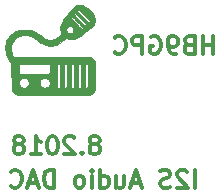
<source format=gbo>
G04 #@! TF.GenerationSoftware,KiCad,Pcbnew,(5.0.0-3-g5ebb6b6)*
G04 #@! TF.CreationDate,2018-08-26T23:18:38+02:00*
G04 #@! TF.ProjectId,Pmod-I2S,506D6F642D4932532E6B696361645F70,rev?*
G04 #@! TF.SameCoordinates,Original*
G04 #@! TF.FileFunction,Legend,Bot*
G04 #@! TF.FilePolarity,Positive*
%FSLAX46Y46*%
G04 Gerber Fmt 4.6, Leading zero omitted, Abs format (unit mm)*
G04 Created by KiCad (PCBNEW (5.0.0-3-g5ebb6b6)) date Sunday, 26 August 2018 at 23:18:38*
%MOMM*%
%LPD*%
G01*
G04 APERTURE LIST*
%ADD10C,0.300000*%
%ADD11C,0.010000*%
%ADD12O,2.100000X2.100000*%
%ADD13R,2.100000X2.100000*%
%ADD14C,2.100000*%
G04 APERTURE END LIST*
D10*
X102357142Y-73321428D02*
X102500000Y-73250000D01*
X102571428Y-73178571D01*
X102642857Y-73035714D01*
X102642857Y-72964285D01*
X102571428Y-72821428D01*
X102500000Y-72750000D01*
X102357142Y-72678571D01*
X102071428Y-72678571D01*
X101928571Y-72750000D01*
X101857142Y-72821428D01*
X101785714Y-72964285D01*
X101785714Y-73035714D01*
X101857142Y-73178571D01*
X101928571Y-73250000D01*
X102071428Y-73321428D01*
X102357142Y-73321428D01*
X102500000Y-73392857D01*
X102571428Y-73464285D01*
X102642857Y-73607142D01*
X102642857Y-73892857D01*
X102571428Y-74035714D01*
X102500000Y-74107142D01*
X102357142Y-74178571D01*
X102071428Y-74178571D01*
X101928571Y-74107142D01*
X101857142Y-74035714D01*
X101785714Y-73892857D01*
X101785714Y-73607142D01*
X101857142Y-73464285D01*
X101928571Y-73392857D01*
X102071428Y-73321428D01*
X101142857Y-74035714D02*
X101071428Y-74107142D01*
X101142857Y-74178571D01*
X101214285Y-74107142D01*
X101142857Y-74035714D01*
X101142857Y-74178571D01*
X100500000Y-72821428D02*
X100428571Y-72750000D01*
X100285714Y-72678571D01*
X99928571Y-72678571D01*
X99785714Y-72750000D01*
X99714285Y-72821428D01*
X99642857Y-72964285D01*
X99642857Y-73107142D01*
X99714285Y-73321428D01*
X100571428Y-74178571D01*
X99642857Y-74178571D01*
X98714285Y-72678571D02*
X98571428Y-72678571D01*
X98428571Y-72750000D01*
X98357142Y-72821428D01*
X98285714Y-72964285D01*
X98214285Y-73250000D01*
X98214285Y-73607142D01*
X98285714Y-73892857D01*
X98357142Y-74035714D01*
X98428571Y-74107142D01*
X98571428Y-74178571D01*
X98714285Y-74178571D01*
X98857142Y-74107142D01*
X98928571Y-74035714D01*
X99000000Y-73892857D01*
X99071428Y-73607142D01*
X99071428Y-73250000D01*
X99000000Y-72964285D01*
X98928571Y-72821428D01*
X98857142Y-72750000D01*
X98714285Y-72678571D01*
X96785714Y-74178571D02*
X97642857Y-74178571D01*
X97214285Y-74178571D02*
X97214285Y-72678571D01*
X97357142Y-72892857D01*
X97500000Y-73035714D01*
X97642857Y-73107142D01*
X95928571Y-73321428D02*
X96071428Y-73250000D01*
X96142857Y-73178571D01*
X96214285Y-73035714D01*
X96214285Y-72964285D01*
X96142857Y-72821428D01*
X96071428Y-72750000D01*
X95928571Y-72678571D01*
X95642857Y-72678571D01*
X95500000Y-72750000D01*
X95428571Y-72821428D01*
X95357142Y-72964285D01*
X95357142Y-73035714D01*
X95428571Y-73178571D01*
X95500000Y-73250000D01*
X95642857Y-73321428D01*
X95928571Y-73321428D01*
X96071428Y-73392857D01*
X96142857Y-73464285D01*
X96214285Y-73607142D01*
X96214285Y-73892857D01*
X96142857Y-74035714D01*
X96071428Y-74107142D01*
X95928571Y-74178571D01*
X95642857Y-74178571D01*
X95500000Y-74107142D01*
X95428571Y-74035714D01*
X95357142Y-73892857D01*
X95357142Y-73607142D01*
X95428571Y-73464285D01*
X95500000Y-73392857D01*
X95642857Y-73321428D01*
X110683500Y-77005571D02*
X110683500Y-75505571D01*
X110040642Y-75648428D02*
X109969214Y-75577000D01*
X109826357Y-75505571D01*
X109469214Y-75505571D01*
X109326357Y-75577000D01*
X109254928Y-75648428D01*
X109183500Y-75791285D01*
X109183500Y-75934142D01*
X109254928Y-76148428D01*
X110112071Y-77005571D01*
X109183500Y-77005571D01*
X108612071Y-76934142D02*
X108397785Y-77005571D01*
X108040642Y-77005571D01*
X107897785Y-76934142D01*
X107826357Y-76862714D01*
X107754928Y-76719857D01*
X107754928Y-76577000D01*
X107826357Y-76434142D01*
X107897785Y-76362714D01*
X108040642Y-76291285D01*
X108326357Y-76219857D01*
X108469214Y-76148428D01*
X108540642Y-76077000D01*
X108612071Y-75934142D01*
X108612071Y-75791285D01*
X108540642Y-75648428D01*
X108469214Y-75577000D01*
X108326357Y-75505571D01*
X107969214Y-75505571D01*
X107754928Y-75577000D01*
X106040642Y-76577000D02*
X105326357Y-76577000D01*
X106183500Y-77005571D02*
X105683500Y-75505571D01*
X105183500Y-77005571D01*
X104040642Y-76005571D02*
X104040642Y-77005571D01*
X104683500Y-76005571D02*
X104683500Y-76791285D01*
X104612071Y-76934142D01*
X104469214Y-77005571D01*
X104254928Y-77005571D01*
X104112071Y-76934142D01*
X104040642Y-76862714D01*
X102683500Y-77005571D02*
X102683500Y-75505571D01*
X102683500Y-76934142D02*
X102826357Y-77005571D01*
X103112071Y-77005571D01*
X103254928Y-76934142D01*
X103326357Y-76862714D01*
X103397785Y-76719857D01*
X103397785Y-76291285D01*
X103326357Y-76148428D01*
X103254928Y-76077000D01*
X103112071Y-76005571D01*
X102826357Y-76005571D01*
X102683500Y-76077000D01*
X101969214Y-77005571D02*
X101969214Y-76005571D01*
X101969214Y-75505571D02*
X102040642Y-75577000D01*
X101969214Y-75648428D01*
X101897785Y-75577000D01*
X101969214Y-75505571D01*
X101969214Y-75648428D01*
X101040642Y-77005571D02*
X101183500Y-76934142D01*
X101254928Y-76862714D01*
X101326357Y-76719857D01*
X101326357Y-76291285D01*
X101254928Y-76148428D01*
X101183500Y-76077000D01*
X101040642Y-76005571D01*
X100826357Y-76005571D01*
X100683500Y-76077000D01*
X100612071Y-76148428D01*
X100540642Y-76291285D01*
X100540642Y-76719857D01*
X100612071Y-76862714D01*
X100683500Y-76934142D01*
X100826357Y-77005571D01*
X101040642Y-77005571D01*
X98754928Y-77005571D02*
X98754928Y-75505571D01*
X98397785Y-75505571D01*
X98183500Y-75577000D01*
X98040642Y-75719857D01*
X97969214Y-75862714D01*
X97897785Y-76148428D01*
X97897785Y-76362714D01*
X97969214Y-76648428D01*
X98040642Y-76791285D01*
X98183500Y-76934142D01*
X98397785Y-77005571D01*
X98754928Y-77005571D01*
X97326357Y-76577000D02*
X96612071Y-76577000D01*
X97469214Y-77005571D02*
X96969214Y-75505571D01*
X96469214Y-77005571D01*
X95112071Y-76862714D02*
X95183500Y-76934142D01*
X95397785Y-77005571D01*
X95540642Y-77005571D01*
X95754928Y-76934142D01*
X95897785Y-76791285D01*
X95969214Y-76648428D01*
X96040642Y-76362714D01*
X96040642Y-76148428D01*
X95969214Y-75862714D01*
X95897785Y-75719857D01*
X95754928Y-75577000D01*
X95540642Y-75505571D01*
X95397785Y-75505571D01*
X95183500Y-75577000D01*
X95112071Y-75648428D01*
X112257957Y-65678571D02*
X112257957Y-64178571D01*
X112257957Y-64892857D02*
X111400814Y-64892857D01*
X111400814Y-65678571D02*
X111400814Y-64178571D01*
X110186528Y-64892857D02*
X109972242Y-64964285D01*
X109900814Y-65035714D01*
X109829385Y-65178571D01*
X109829385Y-65392857D01*
X109900814Y-65535714D01*
X109972242Y-65607142D01*
X110115100Y-65678571D01*
X110686528Y-65678571D01*
X110686528Y-64178571D01*
X110186528Y-64178571D01*
X110043671Y-64250000D01*
X109972242Y-64321428D01*
X109900814Y-64464285D01*
X109900814Y-64607142D01*
X109972242Y-64750000D01*
X110043671Y-64821428D01*
X110186528Y-64892857D01*
X110686528Y-64892857D01*
X109115100Y-65678571D02*
X108829385Y-65678571D01*
X108686528Y-65607142D01*
X108615100Y-65535714D01*
X108472242Y-65321428D01*
X108400814Y-65035714D01*
X108400814Y-64464285D01*
X108472242Y-64321428D01*
X108543671Y-64250000D01*
X108686528Y-64178571D01*
X108972242Y-64178571D01*
X109115100Y-64250000D01*
X109186528Y-64321428D01*
X109257957Y-64464285D01*
X109257957Y-64821428D01*
X109186528Y-64964285D01*
X109115100Y-65035714D01*
X108972242Y-65107142D01*
X108686528Y-65107142D01*
X108543671Y-65035714D01*
X108472242Y-64964285D01*
X108400814Y-64821428D01*
X106972242Y-64250000D02*
X107115100Y-64178571D01*
X107329385Y-64178571D01*
X107543671Y-64250000D01*
X107686528Y-64392857D01*
X107757957Y-64535714D01*
X107829385Y-64821428D01*
X107829385Y-65035714D01*
X107757957Y-65321428D01*
X107686528Y-65464285D01*
X107543671Y-65607142D01*
X107329385Y-65678571D01*
X107186528Y-65678571D01*
X106972242Y-65607142D01*
X106900814Y-65535714D01*
X106900814Y-65035714D01*
X107186528Y-65035714D01*
X106257957Y-65678571D02*
X106257957Y-64178571D01*
X105686528Y-64178571D01*
X105543671Y-64250000D01*
X105472242Y-64321428D01*
X105400814Y-64464285D01*
X105400814Y-64678571D01*
X105472242Y-64821428D01*
X105543671Y-64892857D01*
X105686528Y-64964285D01*
X106257957Y-64964285D01*
X103900814Y-65535714D02*
X103972242Y-65607142D01*
X104186528Y-65678571D01*
X104329385Y-65678571D01*
X104543671Y-65607142D01*
X104686528Y-65464285D01*
X104757957Y-65321428D01*
X104829385Y-65035714D01*
X104829385Y-64821428D01*
X104757957Y-64535714D01*
X104686528Y-64392857D01*
X104543671Y-64250000D01*
X104329385Y-64178571D01*
X104186528Y-64178571D01*
X103972242Y-64250000D01*
X103900814Y-64321428D01*
D11*
G04 #@! TO.C,G\002A\002A\002A*
G36*
X100873578Y-61504660D02*
X100872130Y-61504725D01*
X100801100Y-61510603D01*
X100738101Y-61522911D01*
X100679017Y-61544154D01*
X100619729Y-61576835D01*
X100556120Y-61623458D01*
X100484074Y-61686530D01*
X100399471Y-61768553D01*
X100341221Y-61827648D01*
X100124379Y-62057196D01*
X99933537Y-62274504D01*
X99767936Y-62480630D01*
X99626814Y-62676633D01*
X99509413Y-62863570D01*
X99414972Y-63042501D01*
X99342730Y-63214482D01*
X99340396Y-63220941D01*
X99324911Y-63268706D01*
X99314709Y-63314730D01*
X99308768Y-63367334D01*
X99306067Y-63434838D01*
X99305553Y-63504823D01*
X99308135Y-63608832D01*
X99317200Y-63690837D01*
X99334802Y-63758385D01*
X99362998Y-63819025D01*
X99403843Y-63880304D01*
X99410063Y-63888545D01*
X99432839Y-63921548D01*
X99444680Y-63944892D01*
X99445191Y-63948326D01*
X99433234Y-63965860D01*
X99401942Y-63997993D01*
X99355618Y-64041040D01*
X99298563Y-64091317D01*
X99235080Y-64145138D01*
X99169468Y-64198817D01*
X99106030Y-64248671D01*
X99049068Y-64291014D01*
X99027888Y-64305823D01*
X98872491Y-64400271D01*
X98724953Y-64466197D01*
X98584754Y-64503760D01*
X98451375Y-64513123D01*
X98380006Y-64506193D01*
X98316017Y-64494158D01*
X98254356Y-64478086D01*
X98191693Y-64456269D01*
X98124698Y-64426997D01*
X98050041Y-64388564D01*
X97964390Y-64339259D01*
X97864416Y-64277376D01*
X97746788Y-64201205D01*
X97616058Y-64114323D01*
X97453598Y-64007540D01*
X97310089Y-63918080D01*
X97181628Y-63844019D01*
X97064308Y-63783433D01*
X96954226Y-63734397D01*
X96847474Y-63694987D01*
X96740149Y-63663278D01*
X96663189Y-63644766D01*
X96580069Y-63631797D01*
X96476059Y-63623732D01*
X96359749Y-63620577D01*
X96239728Y-63622338D01*
X96124585Y-63629019D01*
X96022909Y-63640627D01*
X96000384Y-63644338D01*
X95776752Y-63697203D01*
X95569166Y-63772829D01*
X95378984Y-63869966D01*
X95207562Y-63987367D01*
X95056257Y-64123783D01*
X94926423Y-64277967D01*
X94819419Y-64448669D01*
X94736601Y-64634643D01*
X94679325Y-64834638D01*
X94673011Y-64865817D01*
X94658575Y-64971432D01*
X94650886Y-65095574D01*
X94649950Y-65227655D01*
X94655774Y-65357090D01*
X94668363Y-65473292D01*
X94672634Y-65499405D01*
X94716035Y-65681776D01*
X94781336Y-65871705D01*
X94864877Y-66061270D01*
X94962997Y-66242547D01*
X95072038Y-66407613D01*
X95122147Y-66472590D01*
X95172239Y-66534297D01*
X95180647Y-68711823D01*
X95221496Y-68799018D01*
X95278893Y-68902269D01*
X95346102Y-68983787D01*
X95429775Y-69051555D01*
X95434636Y-69054809D01*
X95450703Y-69066009D01*
X95464603Y-69076321D01*
X95477568Y-69085781D01*
X95490829Y-69094426D01*
X95505615Y-69102293D01*
X95523160Y-69109417D01*
X95544692Y-69115836D01*
X95571445Y-69121585D01*
X95604647Y-69126701D01*
X95645532Y-69131220D01*
X95695328Y-69135180D01*
X95755269Y-69138615D01*
X95826583Y-69141564D01*
X95910503Y-69144061D01*
X96008260Y-69146144D01*
X96121084Y-69147849D01*
X96250207Y-69149213D01*
X96396859Y-69150271D01*
X96562272Y-69151060D01*
X96747676Y-69151618D01*
X96954302Y-69151979D01*
X97183382Y-69152181D01*
X97436147Y-69152259D01*
X97713827Y-69152251D01*
X98017654Y-69152193D01*
X98348858Y-69152122D01*
X98708671Y-69152072D01*
X98721705Y-69152071D01*
X101784647Y-69151879D01*
X101868430Y-69117413D01*
X101989062Y-69053397D01*
X102087784Y-68969254D01*
X102165596Y-68864038D01*
X102193509Y-68810734D01*
X102232882Y-68726764D01*
X102236886Y-67564044D01*
X102236988Y-67534967D01*
X101642705Y-67534967D01*
X101642705Y-68481593D01*
X101606032Y-68518267D01*
X101556707Y-68548526D01*
X101498199Y-68556956D01*
X101441084Y-68543654D01*
X101402516Y-68516393D01*
X101366294Y-68477845D01*
X101363912Y-67954443D01*
X101057913Y-67954443D01*
X101057654Y-68085945D01*
X101057120Y-68201333D01*
X101056323Y-68297853D01*
X101055278Y-68372753D01*
X101053995Y-68423278D01*
X101052488Y-68446676D01*
X101029348Y-68504677D01*
X100985936Y-68541115D01*
X100924173Y-68554440D01*
X100918976Y-68554466D01*
X100874154Y-68549828D01*
X100839599Y-68538943D01*
X100834587Y-68535789D01*
X100822865Y-68526217D01*
X100812824Y-68515359D01*
X100804335Y-68500967D01*
X100797266Y-68480793D01*
X100791489Y-68452590D01*
X100786873Y-68414108D01*
X100783287Y-68363100D01*
X100780603Y-68297318D01*
X100778688Y-68214514D01*
X100777414Y-68112440D01*
X100776650Y-67988847D01*
X100776266Y-67841487D01*
X100776132Y-67668113D01*
X100776119Y-67538638D01*
X100462352Y-67538638D01*
X100462352Y-68481593D01*
X100425679Y-68518267D01*
X100375989Y-68548660D01*
X100317612Y-68556147D01*
X100261055Y-68540729D01*
X100230085Y-68518267D01*
X100193411Y-68481593D01*
X100193411Y-67538638D01*
X100193648Y-67333279D01*
X100194349Y-67149836D01*
X100195495Y-66989403D01*
X100197072Y-66853077D01*
X100199061Y-66741954D01*
X100201446Y-66657129D01*
X100204211Y-66599698D01*
X100204252Y-66599313D01*
X99879647Y-66599313D01*
X99879647Y-67525815D01*
X99879612Y-67719325D01*
X99879421Y-67885201D01*
X99878944Y-68025691D01*
X99878051Y-68143042D01*
X99876611Y-68239504D01*
X99874494Y-68317324D01*
X99871570Y-68378749D01*
X99867710Y-68426029D01*
X99862782Y-68461412D01*
X99856657Y-68487144D01*
X99849205Y-68505475D01*
X99840295Y-68518653D01*
X99829797Y-68528925D01*
X99821177Y-68535789D01*
X99780323Y-68551754D01*
X99727223Y-68553950D01*
X99675702Y-68543211D01*
X99644093Y-68525117D01*
X99618316Y-68488646D01*
X99603276Y-68446676D01*
X99601769Y-68423281D01*
X99600486Y-68372758D01*
X99599440Y-68297860D01*
X99598644Y-68201341D01*
X99598110Y-68085955D01*
X99597851Y-67954454D01*
X99597880Y-67809593D01*
X99598209Y-67654125D01*
X99598852Y-67490804D01*
X99598852Y-67490790D01*
X99600459Y-67158050D01*
X99295152Y-67158050D01*
X99294677Y-67322144D01*
X99293860Y-67513459D01*
X99293645Y-67560730D01*
X99289470Y-68477845D01*
X99253248Y-68516393D01*
X99205245Y-68547548D01*
X99147122Y-68557052D01*
X99089458Y-68544807D01*
X99049732Y-68518267D01*
X99013058Y-68481593D01*
X99013058Y-68096016D01*
X98400999Y-68096016D01*
X98394747Y-68195553D01*
X98365693Y-68291316D01*
X98314785Y-68378950D01*
X98242966Y-68454099D01*
X98151182Y-68512408D01*
X98119866Y-68525977D01*
X98015873Y-68551066D01*
X97908150Y-68546532D01*
X97823452Y-68523108D01*
X97735424Y-68476284D01*
X97656800Y-68408440D01*
X97596714Y-68327853D01*
X97586489Y-68308411D01*
X97567388Y-68251361D01*
X97554599Y-68176703D01*
X97551510Y-68139553D01*
X97550961Y-68121647D01*
X96629582Y-68121647D01*
X96623861Y-68217356D01*
X96604151Y-68294298D01*
X96566632Y-68361806D01*
X96507485Y-68429212D01*
X96501144Y-68435423D01*
X96418428Y-68496502D01*
X96322579Y-68535637D01*
X96220473Y-68551711D01*
X96118986Y-68543604D01*
X96028974Y-68512264D01*
X95929690Y-68446991D01*
X95854887Y-68365821D01*
X95805636Y-68270435D01*
X95783011Y-68162516D01*
X95781570Y-68124475D01*
X95786254Y-68052652D01*
X95798525Y-67989264D01*
X95806496Y-67965916D01*
X95861780Y-67869198D01*
X95934818Y-67792758D01*
X96021238Y-67737509D01*
X96116668Y-67704361D01*
X96216737Y-67694227D01*
X96317073Y-67708016D01*
X96413304Y-67746642D01*
X96501058Y-67811015D01*
X96509632Y-67819335D01*
X96566693Y-67883693D01*
X96603155Y-67946433D01*
X96622815Y-68017124D01*
X96629470Y-68105337D01*
X96629582Y-68121647D01*
X97550961Y-68121647D01*
X97549627Y-68078168D01*
X97553997Y-68032733D01*
X97567389Y-67989523D01*
X97592568Y-67934809D01*
X97592935Y-67934063D01*
X97654065Y-67840399D01*
X97731666Y-67768932D01*
X97821415Y-67720397D01*
X97918992Y-67695530D01*
X98020075Y-67695065D01*
X98120341Y-67719738D01*
X98215470Y-67770284D01*
X98273492Y-67818319D01*
X98341317Y-67903044D01*
X98383504Y-67997061D01*
X98400999Y-68096016D01*
X99013058Y-68096016D01*
X99013058Y-67534967D01*
X99013081Y-67343410D01*
X99013194Y-67179493D01*
X99013466Y-67040976D01*
X99013964Y-66925616D01*
X99014759Y-66831172D01*
X99015094Y-66809202D01*
X98413677Y-66809202D01*
X98413539Y-66927579D01*
X98412858Y-66981211D01*
X98411126Y-67086186D01*
X98409312Y-67165499D01*
X98406926Y-67223367D01*
X98403480Y-67264006D01*
X98398485Y-67291633D01*
X98391451Y-67310467D01*
X98381890Y-67324722D01*
X98371719Y-67336063D01*
X98335497Y-67374588D01*
X97090513Y-67374588D01*
X96868746Y-67374571D01*
X96674928Y-67374491D01*
X96507124Y-67374305D01*
X96363402Y-67373967D01*
X96241826Y-67373434D01*
X96140463Y-67372662D01*
X96057379Y-67371607D01*
X95990640Y-67370224D01*
X95938313Y-67368469D01*
X95898464Y-67366299D01*
X95869158Y-67363669D01*
X95848462Y-67360536D01*
X95834442Y-67356854D01*
X95825164Y-67352580D01*
X95818695Y-67347671D01*
X95816480Y-67345539D01*
X95801656Y-67327740D01*
X95790279Y-67305185D01*
X95781990Y-67274136D01*
X95776428Y-67230852D01*
X95773233Y-67171593D01*
X95772045Y-67092621D01*
X95772505Y-66990196D01*
X95773643Y-66900588D01*
X95775307Y-66795332D01*
X95777099Y-66715795D01*
X95779477Y-66657815D01*
X95782900Y-66617230D01*
X95787826Y-66589880D01*
X95794715Y-66571601D01*
X95804023Y-66558232D01*
X95812322Y-66549470D01*
X95846351Y-66515470D01*
X97071363Y-66511479D01*
X97298242Y-66510707D01*
X97497122Y-66510059D01*
X97669887Y-66509672D01*
X97818418Y-66509684D01*
X97944601Y-66510233D01*
X98050318Y-66511457D01*
X98137453Y-66513494D01*
X98207888Y-66516483D01*
X98263507Y-66520561D01*
X98306194Y-66525866D01*
X98337831Y-66532537D01*
X98360303Y-66540711D01*
X98375491Y-66550526D01*
X98385281Y-66562121D01*
X98391554Y-66575634D01*
X98396194Y-66591202D01*
X98401078Y-66608940D01*
X98407392Y-66648168D01*
X98411610Y-66715493D01*
X98413677Y-66809202D01*
X99015094Y-66809202D01*
X99015917Y-66755402D01*
X99017507Y-66696065D01*
X99019597Y-66650919D01*
X99022256Y-66617721D01*
X99025552Y-66594232D01*
X99029554Y-66578209D01*
X99034329Y-66567410D01*
X99039946Y-66559594D01*
X99042882Y-66556329D01*
X99089826Y-66525510D01*
X99149421Y-66512751D01*
X99208716Y-66520691D01*
X99211907Y-66521855D01*
X99228873Y-66528642D01*
X99243446Y-66536599D01*
X99255797Y-66547895D01*
X99266097Y-66564701D01*
X99274517Y-66589189D01*
X99281227Y-66623530D01*
X99286398Y-66669894D01*
X99290202Y-66730453D01*
X99292808Y-66807377D01*
X99294388Y-66902837D01*
X99295112Y-67019004D01*
X99295152Y-67158050D01*
X99600459Y-67158050D01*
X99603235Y-66583522D01*
X99637268Y-66549496D01*
X99685313Y-66520704D01*
X99743224Y-66513013D01*
X99800131Y-66526007D01*
X99843587Y-66557392D01*
X99879647Y-66599313D01*
X100204252Y-66599313D01*
X100207338Y-66570757D01*
X100208238Y-66567979D01*
X100231853Y-66544868D01*
X100270064Y-66524882D01*
X100275473Y-66522979D01*
X100330792Y-66515165D01*
X100385812Y-66524147D01*
X100429915Y-66547148D01*
X100447526Y-66567979D01*
X100450748Y-66589081D01*
X100453612Y-66638967D01*
X100456101Y-66716542D01*
X100458198Y-66820710D01*
X100459887Y-66950375D01*
X100461150Y-67104441D01*
X100461972Y-67281812D01*
X100462335Y-67481391D01*
X100462352Y-67538638D01*
X100776119Y-67538638D01*
X100776117Y-67525815D01*
X100776117Y-66599313D01*
X100812176Y-66557392D01*
X100857958Y-66525009D01*
X100915138Y-66512914D01*
X100972844Y-66521521D01*
X101018496Y-66549496D01*
X101052529Y-66583522D01*
X101056912Y-67490790D01*
X101057554Y-67654112D01*
X101057884Y-67809581D01*
X101057913Y-67954443D01*
X101363912Y-67954443D01*
X101362119Y-67560730D01*
X101361248Y-67362957D01*
X101360681Y-67192896D01*
X101360589Y-67048374D01*
X101361144Y-66927222D01*
X101362515Y-66827268D01*
X101364874Y-66746342D01*
X101368392Y-66682272D01*
X101373239Y-66632887D01*
X101379586Y-66596017D01*
X101387604Y-66569490D01*
X101397463Y-66551136D01*
X101409336Y-66538784D01*
X101423391Y-66530262D01*
X101439801Y-66523400D01*
X101443857Y-66521855D01*
X101502733Y-66512619D01*
X101562667Y-66524238D01*
X101610711Y-66554071D01*
X101612882Y-66556329D01*
X101618916Y-66563519D01*
X101624077Y-66572643D01*
X101628431Y-66585943D01*
X101632049Y-66605661D01*
X101634998Y-66634038D01*
X101637346Y-66673315D01*
X101639161Y-66725734D01*
X101640513Y-66793538D01*
X101641469Y-66878967D01*
X101642097Y-66984263D01*
X101642467Y-67111668D01*
X101642646Y-67263423D01*
X101642702Y-67441771D01*
X101642705Y-67534967D01*
X102236988Y-67534967D01*
X102237664Y-67342861D01*
X102238277Y-67149460D01*
X102238585Y-66981741D01*
X102238445Y-66837606D01*
X102237715Y-66714954D01*
X102236253Y-66611686D01*
X102233918Y-66525701D01*
X102230566Y-66454901D01*
X102226056Y-66397184D01*
X102220247Y-66350452D01*
X102212996Y-66312605D01*
X102204160Y-66281542D01*
X102193599Y-66255165D01*
X102181169Y-66231373D01*
X102166730Y-66208066D01*
X102150138Y-66183146D01*
X102142739Y-66172062D01*
X102075475Y-66087316D01*
X101994990Y-66019437D01*
X101893260Y-65961733D01*
X101886783Y-65958672D01*
X101799588Y-65917823D01*
X98744117Y-65913842D01*
X98388669Y-65913383D01*
X98061857Y-65912976D01*
X97762437Y-65912633D01*
X97489164Y-65912363D01*
X97240793Y-65912177D01*
X97016077Y-65912084D01*
X96813772Y-65912096D01*
X96632633Y-65912221D01*
X96471414Y-65912471D01*
X96328870Y-65912856D01*
X96203756Y-65913385D01*
X96094827Y-65914069D01*
X96000837Y-65914919D01*
X95920541Y-65915944D01*
X95852694Y-65917155D01*
X95796051Y-65918561D01*
X95749366Y-65920174D01*
X95711394Y-65922003D01*
X95680890Y-65924058D01*
X95656608Y-65926351D01*
X95637304Y-65928890D01*
X95621733Y-65931686D01*
X95608648Y-65934749D01*
X95596804Y-65938091D01*
X95591529Y-65939693D01*
X95533814Y-65959823D01*
X95481336Y-65982187D01*
X95450176Y-65999079D01*
X95405940Y-66028632D01*
X95348874Y-65930264D01*
X95258215Y-65751140D01*
X95191097Y-65568483D01*
X95148290Y-65386020D01*
X95130566Y-65207475D01*
X95138695Y-65036573D01*
X95149896Y-64968503D01*
X95198463Y-64799283D01*
X95272142Y-64645580D01*
X95369927Y-64508388D01*
X95490817Y-64388697D01*
X95633807Y-64287499D01*
X95797895Y-64205786D01*
X95982077Y-64144549D01*
X95984009Y-64144045D01*
X96086806Y-64124078D01*
X96204721Y-64112164D01*
X96328978Y-64108293D01*
X96450802Y-64112452D01*
X96561417Y-64124630D01*
X96652050Y-64144817D01*
X96652352Y-64144911D01*
X96730702Y-64171814D01*
X96810022Y-64204514D01*
X96894060Y-64245059D01*
X96986560Y-64295499D01*
X97091267Y-64357882D01*
X97211927Y-64434258D01*
X97352285Y-64526675D01*
X97362058Y-64533206D01*
X97519060Y-64636570D01*
X97656147Y-64722964D01*
X97776757Y-64794064D01*
X97884327Y-64851547D01*
X97982292Y-64897089D01*
X98074089Y-64932366D01*
X98163156Y-64959056D01*
X98252927Y-64978835D01*
X98287883Y-64984878D01*
X98386482Y-64994552D01*
X98499606Y-64995761D01*
X98615262Y-64989056D01*
X98721460Y-64974990D01*
X98779291Y-64962281D01*
X98963517Y-64898534D01*
X99151579Y-64805515D01*
X99342997Y-64683522D01*
X99537290Y-64532852D01*
X99684365Y-64401439D01*
X99731077Y-64357794D01*
X99769108Y-64323058D01*
X99793669Y-64301560D01*
X99800289Y-64296705D01*
X99814102Y-64304694D01*
X99844115Y-64325146D01*
X99867298Y-64341690D01*
X99966211Y-64396018D01*
X100082924Y-64430746D01*
X100212210Y-64445321D01*
X100348841Y-64439186D01*
X100487589Y-64411786D01*
X100498432Y-64408714D01*
X100661124Y-64350035D01*
X100836133Y-64264903D01*
X101022802Y-64153784D01*
X101220470Y-64017143D01*
X101428480Y-63855445D01*
X101646174Y-63669156D01*
X101660947Y-63655445D01*
X100399607Y-63655445D01*
X100380233Y-63744306D01*
X100339000Y-63818858D01*
X100280574Y-63876771D01*
X100209621Y-63915712D01*
X100130809Y-63933347D01*
X100048803Y-63927344D01*
X99968270Y-63895370D01*
X99946978Y-63881697D01*
X99880822Y-63818728D01*
X99836633Y-63740955D01*
X99818120Y-63655216D01*
X99817790Y-63643514D01*
X99823791Y-63568021D01*
X99846027Y-63506442D01*
X99888765Y-63445825D01*
X99955409Y-63386465D01*
X100030160Y-63352316D01*
X100108478Y-63341514D01*
X100185821Y-63352197D01*
X100257650Y-63382502D01*
X100319423Y-63430564D01*
X100366601Y-63494522D01*
X100394642Y-63572511D01*
X100399607Y-63655445D01*
X101660947Y-63655445D01*
X101834281Y-63494574D01*
X101224352Y-63494574D01*
X101213086Y-63521408D01*
X101185965Y-63553462D01*
X101153006Y-63581002D01*
X101124227Y-63594295D01*
X101121550Y-63594470D01*
X101106274Y-63584204D01*
X101072242Y-63554837D01*
X101021712Y-63508513D01*
X100956940Y-63447379D01*
X100880183Y-63373581D01*
X100793698Y-63289263D01*
X100699742Y-63196572D01*
X100630528Y-63127647D01*
X100514107Y-63011157D01*
X100417352Y-62913754D01*
X100338766Y-62833430D01*
X100276853Y-62768173D01*
X100230116Y-62715974D01*
X100197059Y-62674822D01*
X100176186Y-62642708D01*
X100166001Y-62617621D01*
X100165007Y-62597551D01*
X100171708Y-62580488D01*
X100184607Y-62564422D01*
X100200055Y-62549365D01*
X100239484Y-62524267D01*
X100271025Y-62523900D01*
X100288365Y-62536131D01*
X100323456Y-62567159D01*
X100373703Y-62614338D01*
X100436506Y-62675025D01*
X100509271Y-62746576D01*
X100589399Y-62826345D01*
X100674293Y-62911689D01*
X100761358Y-62999964D01*
X100847995Y-63088526D01*
X100931607Y-63174729D01*
X101009598Y-63255930D01*
X101079371Y-63329485D01*
X101138329Y-63392748D01*
X101183874Y-63443077D01*
X101213410Y-63477827D01*
X101224339Y-63494353D01*
X101224352Y-63494574D01*
X101834281Y-63494574D01*
X101872891Y-63458741D01*
X101951326Y-63382365D01*
X102040520Y-63292087D01*
X102109132Y-63215919D01*
X102121274Y-63199957D01*
X101508235Y-63199957D01*
X101495825Y-63245809D01*
X101464251Y-63279776D01*
X101421999Y-63296280D01*
X101377552Y-63289740D01*
X101374226Y-63288091D01*
X101355952Y-63273381D01*
X101319285Y-63239522D01*
X101266596Y-63188853D01*
X101200259Y-63123713D01*
X101122644Y-63046440D01*
X101036124Y-62959375D01*
X100943072Y-62864856D01*
X100891911Y-62812533D01*
X100797578Y-62715224D01*
X100710074Y-62623796D01*
X100631561Y-62540591D01*
X100564198Y-62467955D01*
X100510148Y-62408231D01*
X100471571Y-62363764D01*
X100450630Y-62336897D01*
X100447411Y-62330419D01*
X100459659Y-62295694D01*
X100489195Y-62261539D01*
X100525204Y-62238686D01*
X100543716Y-62234823D01*
X100561575Y-62245198D01*
X100597412Y-62274561D01*
X100648587Y-62320271D01*
X100712458Y-62379686D01*
X100786385Y-62450164D01*
X100867730Y-62529062D01*
X100953850Y-62613740D01*
X101042107Y-62701554D01*
X101129859Y-62789864D01*
X101214467Y-62876028D01*
X101293291Y-62957403D01*
X101363690Y-63031347D01*
X101423024Y-63095220D01*
X101468653Y-63146378D01*
X101497937Y-63182180D01*
X101508235Y-63199957D01*
X102121274Y-63199957D01*
X102159858Y-63149238D01*
X102195395Y-63087418D01*
X102218439Y-63025834D01*
X102231688Y-62959862D01*
X102234740Y-62924167D01*
X101794558Y-62924167D01*
X101775194Y-62968403D01*
X101750051Y-62993088D01*
X101734968Y-63003601D01*
X101719451Y-63009244D01*
X101701473Y-63008375D01*
X101679006Y-62999351D01*
X101650024Y-62980528D01*
X101612498Y-62950263D01*
X101564401Y-62906912D01*
X101503707Y-62848832D01*
X101428388Y-62774380D01*
X101336416Y-62681913D01*
X101225764Y-62569787D01*
X101217600Y-62561498D01*
X101122224Y-62464376D01*
X101032766Y-62372743D01*
X100951550Y-62289018D01*
X100880904Y-62215624D01*
X100823151Y-62154981D01*
X100780618Y-62109512D01*
X100755629Y-62081637D01*
X100750440Y-62075054D01*
X100735884Y-62047921D01*
X100738479Y-62026111D01*
X100756640Y-61998644D01*
X100792696Y-61966756D01*
X100828571Y-61953450D01*
X100840701Y-61954009D01*
X100855802Y-61959572D01*
X100875893Y-61971958D01*
X100902994Y-61992988D01*
X100939122Y-62024483D01*
X100986296Y-62068262D01*
X101046536Y-62126146D01*
X101121860Y-62199955D01*
X101214287Y-62291510D01*
X101317401Y-62394215D01*
X101413449Y-62490444D01*
X101503367Y-62581321D01*
X101584828Y-62664436D01*
X101655503Y-62737379D01*
X101713066Y-62797740D01*
X101755190Y-62843110D01*
X101779547Y-62871077D01*
X101784321Y-62877755D01*
X101794558Y-62924167D01*
X102234740Y-62924167D01*
X102237534Y-62891508D01*
X102237400Y-62777205D01*
X102223368Y-62675067D01*
X102193019Y-62574159D01*
X102143930Y-62463541D01*
X102141906Y-62459486D01*
X102057065Y-62311126D01*
X101954011Y-62165871D01*
X101836441Y-62026982D01*
X101708051Y-61897721D01*
X101572536Y-61781348D01*
X101433594Y-61681123D01*
X101294920Y-61600308D01*
X101160211Y-61542163D01*
X101074161Y-61517544D01*
X101016556Y-61509137D01*
X100944572Y-61504517D01*
X100873578Y-61504660D01*
X100873578Y-61504660D01*
G37*
X100873578Y-61504660D02*
X100872130Y-61504725D01*
X100801100Y-61510603D01*
X100738101Y-61522911D01*
X100679017Y-61544154D01*
X100619729Y-61576835D01*
X100556120Y-61623458D01*
X100484074Y-61686530D01*
X100399471Y-61768553D01*
X100341221Y-61827648D01*
X100124379Y-62057196D01*
X99933537Y-62274504D01*
X99767936Y-62480630D01*
X99626814Y-62676633D01*
X99509413Y-62863570D01*
X99414972Y-63042501D01*
X99342730Y-63214482D01*
X99340396Y-63220941D01*
X99324911Y-63268706D01*
X99314709Y-63314730D01*
X99308768Y-63367334D01*
X99306067Y-63434838D01*
X99305553Y-63504823D01*
X99308135Y-63608832D01*
X99317200Y-63690837D01*
X99334802Y-63758385D01*
X99362998Y-63819025D01*
X99403843Y-63880304D01*
X99410063Y-63888545D01*
X99432839Y-63921548D01*
X99444680Y-63944892D01*
X99445191Y-63948326D01*
X99433234Y-63965860D01*
X99401942Y-63997993D01*
X99355618Y-64041040D01*
X99298563Y-64091317D01*
X99235080Y-64145138D01*
X99169468Y-64198817D01*
X99106030Y-64248671D01*
X99049068Y-64291014D01*
X99027888Y-64305823D01*
X98872491Y-64400271D01*
X98724953Y-64466197D01*
X98584754Y-64503760D01*
X98451375Y-64513123D01*
X98380006Y-64506193D01*
X98316017Y-64494158D01*
X98254356Y-64478086D01*
X98191693Y-64456269D01*
X98124698Y-64426997D01*
X98050041Y-64388564D01*
X97964390Y-64339259D01*
X97864416Y-64277376D01*
X97746788Y-64201205D01*
X97616058Y-64114323D01*
X97453598Y-64007540D01*
X97310089Y-63918080D01*
X97181628Y-63844019D01*
X97064308Y-63783433D01*
X96954226Y-63734397D01*
X96847474Y-63694987D01*
X96740149Y-63663278D01*
X96663189Y-63644766D01*
X96580069Y-63631797D01*
X96476059Y-63623732D01*
X96359749Y-63620577D01*
X96239728Y-63622338D01*
X96124585Y-63629019D01*
X96022909Y-63640627D01*
X96000384Y-63644338D01*
X95776752Y-63697203D01*
X95569166Y-63772829D01*
X95378984Y-63869966D01*
X95207562Y-63987367D01*
X95056257Y-64123783D01*
X94926423Y-64277967D01*
X94819419Y-64448669D01*
X94736601Y-64634643D01*
X94679325Y-64834638D01*
X94673011Y-64865817D01*
X94658575Y-64971432D01*
X94650886Y-65095574D01*
X94649950Y-65227655D01*
X94655774Y-65357090D01*
X94668363Y-65473292D01*
X94672634Y-65499405D01*
X94716035Y-65681776D01*
X94781336Y-65871705D01*
X94864877Y-66061270D01*
X94962997Y-66242547D01*
X95072038Y-66407613D01*
X95122147Y-66472590D01*
X95172239Y-66534297D01*
X95180647Y-68711823D01*
X95221496Y-68799018D01*
X95278893Y-68902269D01*
X95346102Y-68983787D01*
X95429775Y-69051555D01*
X95434636Y-69054809D01*
X95450703Y-69066009D01*
X95464603Y-69076321D01*
X95477568Y-69085781D01*
X95490829Y-69094426D01*
X95505615Y-69102293D01*
X95523160Y-69109417D01*
X95544692Y-69115836D01*
X95571445Y-69121585D01*
X95604647Y-69126701D01*
X95645532Y-69131220D01*
X95695328Y-69135180D01*
X95755269Y-69138615D01*
X95826583Y-69141564D01*
X95910503Y-69144061D01*
X96008260Y-69146144D01*
X96121084Y-69147849D01*
X96250207Y-69149213D01*
X96396859Y-69150271D01*
X96562272Y-69151060D01*
X96747676Y-69151618D01*
X96954302Y-69151979D01*
X97183382Y-69152181D01*
X97436147Y-69152259D01*
X97713827Y-69152251D01*
X98017654Y-69152193D01*
X98348858Y-69152122D01*
X98708671Y-69152072D01*
X98721705Y-69152071D01*
X101784647Y-69151879D01*
X101868430Y-69117413D01*
X101989062Y-69053397D01*
X102087784Y-68969254D01*
X102165596Y-68864038D01*
X102193509Y-68810734D01*
X102232882Y-68726764D01*
X102236886Y-67564044D01*
X102236988Y-67534967D01*
X101642705Y-67534967D01*
X101642705Y-68481593D01*
X101606032Y-68518267D01*
X101556707Y-68548526D01*
X101498199Y-68556956D01*
X101441084Y-68543654D01*
X101402516Y-68516393D01*
X101366294Y-68477845D01*
X101363912Y-67954443D01*
X101057913Y-67954443D01*
X101057654Y-68085945D01*
X101057120Y-68201333D01*
X101056323Y-68297853D01*
X101055278Y-68372753D01*
X101053995Y-68423278D01*
X101052488Y-68446676D01*
X101029348Y-68504677D01*
X100985936Y-68541115D01*
X100924173Y-68554440D01*
X100918976Y-68554466D01*
X100874154Y-68549828D01*
X100839599Y-68538943D01*
X100834587Y-68535789D01*
X100822865Y-68526217D01*
X100812824Y-68515359D01*
X100804335Y-68500967D01*
X100797266Y-68480793D01*
X100791489Y-68452590D01*
X100786873Y-68414108D01*
X100783287Y-68363100D01*
X100780603Y-68297318D01*
X100778688Y-68214514D01*
X100777414Y-68112440D01*
X100776650Y-67988847D01*
X100776266Y-67841487D01*
X100776132Y-67668113D01*
X100776119Y-67538638D01*
X100462352Y-67538638D01*
X100462352Y-68481593D01*
X100425679Y-68518267D01*
X100375989Y-68548660D01*
X100317612Y-68556147D01*
X100261055Y-68540729D01*
X100230085Y-68518267D01*
X100193411Y-68481593D01*
X100193411Y-67538638D01*
X100193648Y-67333279D01*
X100194349Y-67149836D01*
X100195495Y-66989403D01*
X100197072Y-66853077D01*
X100199061Y-66741954D01*
X100201446Y-66657129D01*
X100204211Y-66599698D01*
X100204252Y-66599313D01*
X99879647Y-66599313D01*
X99879647Y-67525815D01*
X99879612Y-67719325D01*
X99879421Y-67885201D01*
X99878944Y-68025691D01*
X99878051Y-68143042D01*
X99876611Y-68239504D01*
X99874494Y-68317324D01*
X99871570Y-68378749D01*
X99867710Y-68426029D01*
X99862782Y-68461412D01*
X99856657Y-68487144D01*
X99849205Y-68505475D01*
X99840295Y-68518653D01*
X99829797Y-68528925D01*
X99821177Y-68535789D01*
X99780323Y-68551754D01*
X99727223Y-68553950D01*
X99675702Y-68543211D01*
X99644093Y-68525117D01*
X99618316Y-68488646D01*
X99603276Y-68446676D01*
X99601769Y-68423281D01*
X99600486Y-68372758D01*
X99599440Y-68297860D01*
X99598644Y-68201341D01*
X99598110Y-68085955D01*
X99597851Y-67954454D01*
X99597880Y-67809593D01*
X99598209Y-67654125D01*
X99598852Y-67490804D01*
X99598852Y-67490790D01*
X99600459Y-67158050D01*
X99295152Y-67158050D01*
X99294677Y-67322144D01*
X99293860Y-67513459D01*
X99293645Y-67560730D01*
X99289470Y-68477845D01*
X99253248Y-68516393D01*
X99205245Y-68547548D01*
X99147122Y-68557052D01*
X99089458Y-68544807D01*
X99049732Y-68518267D01*
X99013058Y-68481593D01*
X99013058Y-68096016D01*
X98400999Y-68096016D01*
X98394747Y-68195553D01*
X98365693Y-68291316D01*
X98314785Y-68378950D01*
X98242966Y-68454099D01*
X98151182Y-68512408D01*
X98119866Y-68525977D01*
X98015873Y-68551066D01*
X97908150Y-68546532D01*
X97823452Y-68523108D01*
X97735424Y-68476284D01*
X97656800Y-68408440D01*
X97596714Y-68327853D01*
X97586489Y-68308411D01*
X97567388Y-68251361D01*
X97554599Y-68176703D01*
X97551510Y-68139553D01*
X97550961Y-68121647D01*
X96629582Y-68121647D01*
X96623861Y-68217356D01*
X96604151Y-68294298D01*
X96566632Y-68361806D01*
X96507485Y-68429212D01*
X96501144Y-68435423D01*
X96418428Y-68496502D01*
X96322579Y-68535637D01*
X96220473Y-68551711D01*
X96118986Y-68543604D01*
X96028974Y-68512264D01*
X95929690Y-68446991D01*
X95854887Y-68365821D01*
X95805636Y-68270435D01*
X95783011Y-68162516D01*
X95781570Y-68124475D01*
X95786254Y-68052652D01*
X95798525Y-67989264D01*
X95806496Y-67965916D01*
X95861780Y-67869198D01*
X95934818Y-67792758D01*
X96021238Y-67737509D01*
X96116668Y-67704361D01*
X96216737Y-67694227D01*
X96317073Y-67708016D01*
X96413304Y-67746642D01*
X96501058Y-67811015D01*
X96509632Y-67819335D01*
X96566693Y-67883693D01*
X96603155Y-67946433D01*
X96622815Y-68017124D01*
X96629470Y-68105337D01*
X96629582Y-68121647D01*
X97550961Y-68121647D01*
X97549627Y-68078168D01*
X97553997Y-68032733D01*
X97567389Y-67989523D01*
X97592568Y-67934809D01*
X97592935Y-67934063D01*
X97654065Y-67840399D01*
X97731666Y-67768932D01*
X97821415Y-67720397D01*
X97918992Y-67695530D01*
X98020075Y-67695065D01*
X98120341Y-67719738D01*
X98215470Y-67770284D01*
X98273492Y-67818319D01*
X98341317Y-67903044D01*
X98383504Y-67997061D01*
X98400999Y-68096016D01*
X99013058Y-68096016D01*
X99013058Y-67534967D01*
X99013081Y-67343410D01*
X99013194Y-67179493D01*
X99013466Y-67040976D01*
X99013964Y-66925616D01*
X99014759Y-66831172D01*
X99015094Y-66809202D01*
X98413677Y-66809202D01*
X98413539Y-66927579D01*
X98412858Y-66981211D01*
X98411126Y-67086186D01*
X98409312Y-67165499D01*
X98406926Y-67223367D01*
X98403480Y-67264006D01*
X98398485Y-67291633D01*
X98391451Y-67310467D01*
X98381890Y-67324722D01*
X98371719Y-67336063D01*
X98335497Y-67374588D01*
X97090513Y-67374588D01*
X96868746Y-67374571D01*
X96674928Y-67374491D01*
X96507124Y-67374305D01*
X96363402Y-67373967D01*
X96241826Y-67373434D01*
X96140463Y-67372662D01*
X96057379Y-67371607D01*
X95990640Y-67370224D01*
X95938313Y-67368469D01*
X95898464Y-67366299D01*
X95869158Y-67363669D01*
X95848462Y-67360536D01*
X95834442Y-67356854D01*
X95825164Y-67352580D01*
X95818695Y-67347671D01*
X95816480Y-67345539D01*
X95801656Y-67327740D01*
X95790279Y-67305185D01*
X95781990Y-67274136D01*
X95776428Y-67230852D01*
X95773233Y-67171593D01*
X95772045Y-67092621D01*
X95772505Y-66990196D01*
X95773643Y-66900588D01*
X95775307Y-66795332D01*
X95777099Y-66715795D01*
X95779477Y-66657815D01*
X95782900Y-66617230D01*
X95787826Y-66589880D01*
X95794715Y-66571601D01*
X95804023Y-66558232D01*
X95812322Y-66549470D01*
X95846351Y-66515470D01*
X97071363Y-66511479D01*
X97298242Y-66510707D01*
X97497122Y-66510059D01*
X97669887Y-66509672D01*
X97818418Y-66509684D01*
X97944601Y-66510233D01*
X98050318Y-66511457D01*
X98137453Y-66513494D01*
X98207888Y-66516483D01*
X98263507Y-66520561D01*
X98306194Y-66525866D01*
X98337831Y-66532537D01*
X98360303Y-66540711D01*
X98375491Y-66550526D01*
X98385281Y-66562121D01*
X98391554Y-66575634D01*
X98396194Y-66591202D01*
X98401078Y-66608940D01*
X98407392Y-66648168D01*
X98411610Y-66715493D01*
X98413677Y-66809202D01*
X99015094Y-66809202D01*
X99015917Y-66755402D01*
X99017507Y-66696065D01*
X99019597Y-66650919D01*
X99022256Y-66617721D01*
X99025552Y-66594232D01*
X99029554Y-66578209D01*
X99034329Y-66567410D01*
X99039946Y-66559594D01*
X99042882Y-66556329D01*
X99089826Y-66525510D01*
X99149421Y-66512751D01*
X99208716Y-66520691D01*
X99211907Y-66521855D01*
X99228873Y-66528642D01*
X99243446Y-66536599D01*
X99255797Y-66547895D01*
X99266097Y-66564701D01*
X99274517Y-66589189D01*
X99281227Y-66623530D01*
X99286398Y-66669894D01*
X99290202Y-66730453D01*
X99292808Y-66807377D01*
X99294388Y-66902837D01*
X99295112Y-67019004D01*
X99295152Y-67158050D01*
X99600459Y-67158050D01*
X99603235Y-66583522D01*
X99637268Y-66549496D01*
X99685313Y-66520704D01*
X99743224Y-66513013D01*
X99800131Y-66526007D01*
X99843587Y-66557392D01*
X99879647Y-66599313D01*
X100204252Y-66599313D01*
X100207338Y-66570757D01*
X100208238Y-66567979D01*
X100231853Y-66544868D01*
X100270064Y-66524882D01*
X100275473Y-66522979D01*
X100330792Y-66515165D01*
X100385812Y-66524147D01*
X100429915Y-66547148D01*
X100447526Y-66567979D01*
X100450748Y-66589081D01*
X100453612Y-66638967D01*
X100456101Y-66716542D01*
X100458198Y-66820710D01*
X100459887Y-66950375D01*
X100461150Y-67104441D01*
X100461972Y-67281812D01*
X100462335Y-67481391D01*
X100462352Y-67538638D01*
X100776119Y-67538638D01*
X100776117Y-67525815D01*
X100776117Y-66599313D01*
X100812176Y-66557392D01*
X100857958Y-66525009D01*
X100915138Y-66512914D01*
X100972844Y-66521521D01*
X101018496Y-66549496D01*
X101052529Y-66583522D01*
X101056912Y-67490790D01*
X101057554Y-67654112D01*
X101057884Y-67809581D01*
X101057913Y-67954443D01*
X101363912Y-67954443D01*
X101362119Y-67560730D01*
X101361248Y-67362957D01*
X101360681Y-67192896D01*
X101360589Y-67048374D01*
X101361144Y-66927222D01*
X101362515Y-66827268D01*
X101364874Y-66746342D01*
X101368392Y-66682272D01*
X101373239Y-66632887D01*
X101379586Y-66596017D01*
X101387604Y-66569490D01*
X101397463Y-66551136D01*
X101409336Y-66538784D01*
X101423391Y-66530262D01*
X101439801Y-66523400D01*
X101443857Y-66521855D01*
X101502733Y-66512619D01*
X101562667Y-66524238D01*
X101610711Y-66554071D01*
X101612882Y-66556329D01*
X101618916Y-66563519D01*
X101624077Y-66572643D01*
X101628431Y-66585943D01*
X101632049Y-66605661D01*
X101634998Y-66634038D01*
X101637346Y-66673315D01*
X101639161Y-66725734D01*
X101640513Y-66793538D01*
X101641469Y-66878967D01*
X101642097Y-66984263D01*
X101642467Y-67111668D01*
X101642646Y-67263423D01*
X101642702Y-67441771D01*
X101642705Y-67534967D01*
X102236988Y-67534967D01*
X102237664Y-67342861D01*
X102238277Y-67149460D01*
X102238585Y-66981741D01*
X102238445Y-66837606D01*
X102237715Y-66714954D01*
X102236253Y-66611686D01*
X102233918Y-66525701D01*
X102230566Y-66454901D01*
X102226056Y-66397184D01*
X102220247Y-66350452D01*
X102212996Y-66312605D01*
X102204160Y-66281542D01*
X102193599Y-66255165D01*
X102181169Y-66231373D01*
X102166730Y-66208066D01*
X102150138Y-66183146D01*
X102142739Y-66172062D01*
X102075475Y-66087316D01*
X101994990Y-66019437D01*
X101893260Y-65961733D01*
X101886783Y-65958672D01*
X101799588Y-65917823D01*
X98744117Y-65913842D01*
X98388669Y-65913383D01*
X98061857Y-65912976D01*
X97762437Y-65912633D01*
X97489164Y-65912363D01*
X97240793Y-65912177D01*
X97016077Y-65912084D01*
X96813772Y-65912096D01*
X96632633Y-65912221D01*
X96471414Y-65912471D01*
X96328870Y-65912856D01*
X96203756Y-65913385D01*
X96094827Y-65914069D01*
X96000837Y-65914919D01*
X95920541Y-65915944D01*
X95852694Y-65917155D01*
X95796051Y-65918561D01*
X95749366Y-65920174D01*
X95711394Y-65922003D01*
X95680890Y-65924058D01*
X95656608Y-65926351D01*
X95637304Y-65928890D01*
X95621733Y-65931686D01*
X95608648Y-65934749D01*
X95596804Y-65938091D01*
X95591529Y-65939693D01*
X95533814Y-65959823D01*
X95481336Y-65982187D01*
X95450176Y-65999079D01*
X95405940Y-66028632D01*
X95348874Y-65930264D01*
X95258215Y-65751140D01*
X95191097Y-65568483D01*
X95148290Y-65386020D01*
X95130566Y-65207475D01*
X95138695Y-65036573D01*
X95149896Y-64968503D01*
X95198463Y-64799283D01*
X95272142Y-64645580D01*
X95369927Y-64508388D01*
X95490817Y-64388697D01*
X95633807Y-64287499D01*
X95797895Y-64205786D01*
X95982077Y-64144549D01*
X95984009Y-64144045D01*
X96086806Y-64124078D01*
X96204721Y-64112164D01*
X96328978Y-64108293D01*
X96450802Y-64112452D01*
X96561417Y-64124630D01*
X96652050Y-64144817D01*
X96652352Y-64144911D01*
X96730702Y-64171814D01*
X96810022Y-64204514D01*
X96894060Y-64245059D01*
X96986560Y-64295499D01*
X97091267Y-64357882D01*
X97211927Y-64434258D01*
X97352285Y-64526675D01*
X97362058Y-64533206D01*
X97519060Y-64636570D01*
X97656147Y-64722964D01*
X97776757Y-64794064D01*
X97884327Y-64851547D01*
X97982292Y-64897089D01*
X98074089Y-64932366D01*
X98163156Y-64959056D01*
X98252927Y-64978835D01*
X98287883Y-64984878D01*
X98386482Y-64994552D01*
X98499606Y-64995761D01*
X98615262Y-64989056D01*
X98721460Y-64974990D01*
X98779291Y-64962281D01*
X98963517Y-64898534D01*
X99151579Y-64805515D01*
X99342997Y-64683522D01*
X99537290Y-64532852D01*
X99684365Y-64401439D01*
X99731077Y-64357794D01*
X99769108Y-64323058D01*
X99793669Y-64301560D01*
X99800289Y-64296705D01*
X99814102Y-64304694D01*
X99844115Y-64325146D01*
X99867298Y-64341690D01*
X99966211Y-64396018D01*
X100082924Y-64430746D01*
X100212210Y-64445321D01*
X100348841Y-64439186D01*
X100487589Y-64411786D01*
X100498432Y-64408714D01*
X100661124Y-64350035D01*
X100836133Y-64264903D01*
X101022802Y-64153784D01*
X101220470Y-64017143D01*
X101428480Y-63855445D01*
X101646174Y-63669156D01*
X101660947Y-63655445D01*
X100399607Y-63655445D01*
X100380233Y-63744306D01*
X100339000Y-63818858D01*
X100280574Y-63876771D01*
X100209621Y-63915712D01*
X100130809Y-63933347D01*
X100048803Y-63927344D01*
X99968270Y-63895370D01*
X99946978Y-63881697D01*
X99880822Y-63818728D01*
X99836633Y-63740955D01*
X99818120Y-63655216D01*
X99817790Y-63643514D01*
X99823791Y-63568021D01*
X99846027Y-63506442D01*
X99888765Y-63445825D01*
X99955409Y-63386465D01*
X100030160Y-63352316D01*
X100108478Y-63341514D01*
X100185821Y-63352197D01*
X100257650Y-63382502D01*
X100319423Y-63430564D01*
X100366601Y-63494522D01*
X100394642Y-63572511D01*
X100399607Y-63655445D01*
X101660947Y-63655445D01*
X101834281Y-63494574D01*
X101224352Y-63494574D01*
X101213086Y-63521408D01*
X101185965Y-63553462D01*
X101153006Y-63581002D01*
X101124227Y-63594295D01*
X101121550Y-63594470D01*
X101106274Y-63584204D01*
X101072242Y-63554837D01*
X101021712Y-63508513D01*
X100956940Y-63447379D01*
X100880183Y-63373581D01*
X100793698Y-63289263D01*
X100699742Y-63196572D01*
X100630528Y-63127647D01*
X100514107Y-63011157D01*
X100417352Y-62913754D01*
X100338766Y-62833430D01*
X100276853Y-62768173D01*
X100230116Y-62715974D01*
X100197059Y-62674822D01*
X100176186Y-62642708D01*
X100166001Y-62617621D01*
X100165007Y-62597551D01*
X100171708Y-62580488D01*
X100184607Y-62564422D01*
X100200055Y-62549365D01*
X100239484Y-62524267D01*
X100271025Y-62523900D01*
X100288365Y-62536131D01*
X100323456Y-62567159D01*
X100373703Y-62614338D01*
X100436506Y-62675025D01*
X100509271Y-62746576D01*
X100589399Y-62826345D01*
X100674293Y-62911689D01*
X100761358Y-62999964D01*
X100847995Y-63088526D01*
X100931607Y-63174729D01*
X101009598Y-63255930D01*
X101079371Y-63329485D01*
X101138329Y-63392748D01*
X101183874Y-63443077D01*
X101213410Y-63477827D01*
X101224339Y-63494353D01*
X101224352Y-63494574D01*
X101834281Y-63494574D01*
X101872891Y-63458741D01*
X101951326Y-63382365D01*
X102040520Y-63292087D01*
X102109132Y-63215919D01*
X102121274Y-63199957D01*
X101508235Y-63199957D01*
X101495825Y-63245809D01*
X101464251Y-63279776D01*
X101421999Y-63296280D01*
X101377552Y-63289740D01*
X101374226Y-63288091D01*
X101355952Y-63273381D01*
X101319285Y-63239522D01*
X101266596Y-63188853D01*
X101200259Y-63123713D01*
X101122644Y-63046440D01*
X101036124Y-62959375D01*
X100943072Y-62864856D01*
X100891911Y-62812533D01*
X100797578Y-62715224D01*
X100710074Y-62623796D01*
X100631561Y-62540591D01*
X100564198Y-62467955D01*
X100510148Y-62408231D01*
X100471571Y-62363764D01*
X100450630Y-62336897D01*
X100447411Y-62330419D01*
X100459659Y-62295694D01*
X100489195Y-62261539D01*
X100525204Y-62238686D01*
X100543716Y-62234823D01*
X100561575Y-62245198D01*
X100597412Y-62274561D01*
X100648587Y-62320271D01*
X100712458Y-62379686D01*
X100786385Y-62450164D01*
X100867730Y-62529062D01*
X100953850Y-62613740D01*
X101042107Y-62701554D01*
X101129859Y-62789864D01*
X101214467Y-62876028D01*
X101293291Y-62957403D01*
X101363690Y-63031347D01*
X101423024Y-63095220D01*
X101468653Y-63146378D01*
X101497937Y-63182180D01*
X101508235Y-63199957D01*
X102121274Y-63199957D01*
X102159858Y-63149238D01*
X102195395Y-63087418D01*
X102218439Y-63025834D01*
X102231688Y-62959862D01*
X102234740Y-62924167D01*
X101794558Y-62924167D01*
X101775194Y-62968403D01*
X101750051Y-62993088D01*
X101734968Y-63003601D01*
X101719451Y-63009244D01*
X101701473Y-63008375D01*
X101679006Y-62999351D01*
X101650024Y-62980528D01*
X101612498Y-62950263D01*
X101564401Y-62906912D01*
X101503707Y-62848832D01*
X101428388Y-62774380D01*
X101336416Y-62681913D01*
X101225764Y-62569787D01*
X101217600Y-62561498D01*
X101122224Y-62464376D01*
X101032766Y-62372743D01*
X100951550Y-62289018D01*
X100880904Y-62215624D01*
X100823151Y-62154981D01*
X100780618Y-62109512D01*
X100755629Y-62081637D01*
X100750440Y-62075054D01*
X100735884Y-62047921D01*
X100738479Y-62026111D01*
X100756640Y-61998644D01*
X100792696Y-61966756D01*
X100828571Y-61953450D01*
X100840701Y-61954009D01*
X100855802Y-61959572D01*
X100875893Y-61971958D01*
X100902994Y-61992988D01*
X100939122Y-62024483D01*
X100986296Y-62068262D01*
X101046536Y-62126146D01*
X101121860Y-62199955D01*
X101214287Y-62291510D01*
X101317401Y-62394215D01*
X101413449Y-62490444D01*
X101503367Y-62581321D01*
X101584828Y-62664436D01*
X101655503Y-62737379D01*
X101713066Y-62797740D01*
X101755190Y-62843110D01*
X101779547Y-62871077D01*
X101784321Y-62877755D01*
X101794558Y-62924167D01*
X102234740Y-62924167D01*
X102237534Y-62891508D01*
X102237400Y-62777205D01*
X102223368Y-62675067D01*
X102193019Y-62574159D01*
X102143930Y-62463541D01*
X102141906Y-62459486D01*
X102057065Y-62311126D01*
X101954011Y-62165871D01*
X101836441Y-62026982D01*
X101708051Y-61897721D01*
X101572536Y-61781348D01*
X101433594Y-61681123D01*
X101294920Y-61600308D01*
X101160211Y-61542163D01*
X101074161Y-61517544D01*
X101016556Y-61509137D01*
X100944572Y-61504517D01*
X100873578Y-61504660D01*
G04 #@! TD*
%LPC*%
D12*
G04 #@! TO.C,J2*
X91800000Y-63700000D03*
X91800000Y-66240000D03*
X91800000Y-68780000D03*
X91800000Y-71320000D03*
X91800000Y-73860000D03*
D13*
X91800000Y-76400000D03*
G04 #@! TD*
D14*
G04 #@! TO.C,J1*
X111500000Y-70000000D03*
X104500000Y-70000000D03*
G04 #@! TD*
M02*

</source>
